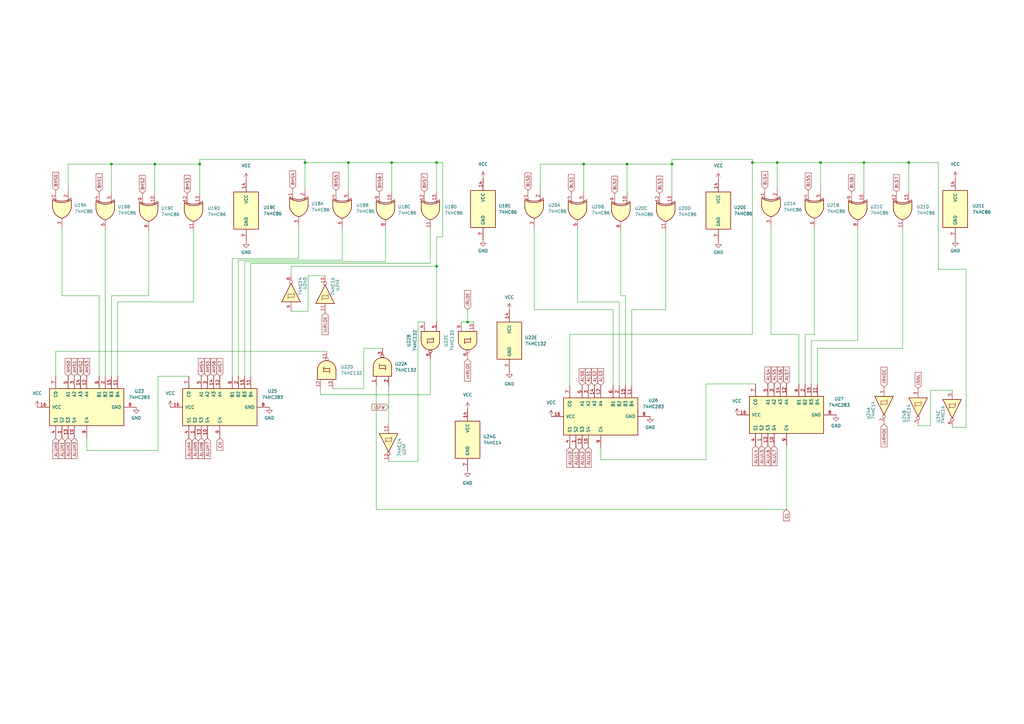
<source format=kicad_sch>
(kicad_sch (version 20211123) (generator eeschema)
  (paper "A3")
  (lib_symbols
    (symbol "74xx:74HC14" (pin_names (offset 1.016))
      (property "Reference" "U" (at 0 1.27 0))
      (property "Value" "74HC14" (at 0 -1.27 0))
      (symbol "74HC14_1_0"
        (polyline (pts (xy -3.81 3.81) (xy -3.81 -3.81) (xy 3.81 0) (xy -3.81 3.81)) (stroke (width 0.254)) (fill (type background)))
        (pin input line (at -7.62 0 0) (length 3.81) (name "~") (number "1"))
        (pin output inverted (at 7.62 0 180) (length 3.81) (name "~") (number "2"))
      )
      (symbol "74HC14_1_1"
        (polyline (pts (xy -1.905 -1.27) (xy -1.905 1.27) (xy -0.635 1.27)))
        (polyline (pts (xy -2.54 -1.27) (xy -0.635 -1.27) (xy -0.635 1.27) (xy 0 1.27)))
      )
      (symbol "74HC14_2_0"
        (polyline (pts (xy -3.81 3.81) (xy -3.81 -3.81) (xy 3.81 0) (xy -3.81 3.81)) (stroke (width 0.254)) (fill (type background)))
        (pin input line (at -7.62 0 0) (length 3.81) (name "~") (number "3"))
        (pin output inverted (at 7.62 0 180) (length 3.81) (name "~") (number "4"))
      )
      (symbol "74HC14_2_1"
        (polyline (pts (xy -1.905 -1.27) (xy -1.905 1.27) (xy -0.635 1.27)))
        (polyline (pts (xy -2.54 -1.27) (xy -0.635 -1.27) (xy -0.635 1.27) (xy 0 1.27)))
      )
      (symbol "74HC14_3_0"
        (polyline (pts (xy -3.81 3.81) (xy -3.81 -3.81) (xy 3.81 0) (xy -3.81 3.81)) (stroke (width 0.254)) (fill (type background)))
        (pin input line (at -7.62 0 0) (length 3.81) (name "~") (number "5"))
        (pin output inverted (at 7.62 0 180) (length 3.81) (name "~") (number "6"))
      )
      (symbol "74HC14_3_1"
        (polyline (pts (xy -1.905 -1.27) (xy -1.905 1.27) (xy -0.635 1.27)))
        (polyline (pts (xy -2.54 -1.27) (xy -0.635 -1.27) (xy -0.635 1.27) (xy 0 1.27)))
      )
      (symbol "74HC14_4_0"
        (polyline (pts (xy -3.81 3.81) (xy -3.81 -3.81) (xy 3.81 0) (xy -3.81 3.81)) (stroke (width 0.254)) (fill (type background)))
        (pin output inverted (at 7.62 0 180) (length 3.81) (name "~") (number "8"))
        (pin input line (at -7.62 0 0) (length 3.81) (name "~") (number "9"))
      )
      (symbol "74HC14_4_1"
        (polyline (pts (xy -1.905 -1.27) (xy -1.905 1.27) (xy -0.635 1.27)))
        (polyline (pts (xy -2.54 -1.27) (xy -0.635 -1.27) (xy -0.635 1.27) (xy 0 1.27)))
      )
      (symbol "74HC14_5_0"
        (polyline (pts (xy -3.81 3.81) (xy -3.81 -3.81) (xy 3.81 0) (xy -3.81 3.81)) (stroke (width 0.254)) (fill (type background)))
        (pin output inverted (at 7.62 0 180) (length 3.81) (name "~") (number "10"))
        (pin input line (at -7.62 0 0) (length 3.81) (name "~") (number "11"))
      )
      (symbol "74HC14_5_1"
        (polyline (pts (xy -1.905 -1.27) (xy -1.905 1.27) (xy -0.635 1.27)))
        (polyline (pts (xy -2.54 -1.27) (xy -0.635 -1.27) (xy -0.635 1.27) (xy 0 1.27)))
      )
      (symbol "74HC14_6_0"
        (polyline (pts (xy -3.81 3.81) (xy -3.81 -3.81) (xy 3.81 0) (xy -3.81 3.81)) (stroke (width 0.254)) (fill (type background)))
        (pin output inverted (at 7.62 0 180) (length 3.81) (name "~") (number "12"))
        (pin input line (at -7.62 0 0) (length 3.81) (name "~") (number "13"))
      )
      (symbol "74HC14_6_1"
        (polyline (pts (xy -1.905 -1.27) (xy -1.905 1.27) (xy -0.635 1.27)))
        (polyline (pts (xy -2.54 -1.27) (xy -0.635 -1.27) (xy -0.635 1.27) (xy 0 1.27)))
      )
      (symbol "74HC14_7_0"
        (pin power_in line (at 0 12.7 270) (length 5.08) (name "VCC") (number "14"))
        (pin power_in line (at 0 -12.7 90) (length 5.08) (name "GND") (number "7"))
      )
      (symbol "74HC14_7_1"
        (rectangle (start -5.08 7.62) (end 5.08 -7.62) (stroke (width 0.254)) (fill (type background)))
      )
    )
    (symbol "74xx:74HC86" (pin_names (offset 1.016))
      (property "Reference" "U" (at 0 1.27 0))
      (property "Value" "74HC86" (at 0 -1.27 0))
      (symbol "74HC86_1_0"
        (arc (start -4.4196 -3.81) (mid -3.2033 0) (end -4.4196 3.81) (stroke (width 0.254)))
        (arc (start -3.81 -3.81) (mid -2.589 0) (end -3.81 3.81) (stroke (width 0.254)))
        (arc (start -0.6096 -3.81) (mid 2.1842 -2.5851) (end 3.81 0) (stroke (width 0.254)) (fill (type background)))
        (polyline (pts (xy -3.81 -3.81) (xy -0.635 -3.81)) (stroke (width 0.254)) (fill (type background)))
        (polyline (pts (xy -3.81 3.81) (xy -0.635 3.81)) (stroke (width 0.254)) (fill (type background)))
        (polyline (pts (xy -0.635 3.81) (xy -3.81 3.81) (xy -3.81 3.81) (xy -3.556 3.4036) (xy -3.0226 2.2606) (xy -2.6924 1.0414) (xy -2.6162 -0.254) (xy -2.7686 -1.4986) (xy -3.175 -2.7178) (xy -3.81 -3.81) (xy -3.81 -3.81) (xy -0.635 -3.81)) (stroke (width -25.4)) (fill (type background)))
        (arc (start 3.81 0) (mid 2.1915 2.5936) (end -0.6096 3.81) (stroke (width 0.254)) (fill (type background)))
        (pin input line (at -7.62 2.54 0) (length 4.445) (name "~") (number "1"))
        (pin input line (at -7.62 -2.54 0) (length 4.445) (name "~") (number "2"))
        (pin output line (at 7.62 0 180) (length 3.81) (name "~") (number "3"))
      )
      (symbol "74HC86_1_1"
        (polyline (pts (xy -3.81 -2.54) (xy -3.175 -2.54)) (stroke (width 0.1524)))
        (polyline (pts (xy -3.81 2.54) (xy -3.175 2.54)) (stroke (width 0.1524)))
      )
      (symbol "74HC86_2_0"
        (arc (start -4.4196 -3.81) (mid -3.2033 0) (end -4.4196 3.81) (stroke (width 0.254)))
        (arc (start -3.81 -3.81) (mid -2.589 0) (end -3.81 3.81) (stroke (width 0.254)))
        (arc (start -0.6096 -3.81) (mid 2.1842 -2.5851) (end 3.81 0) (stroke (width 0.254)) (fill (type background)))
        (polyline (pts (xy -3.81 -3.81) (xy -0.635 -3.81)) (stroke (width 0.254)) (fill (type background)))
        (polyline (pts (xy -3.81 3.81) (xy -0.635 3.81)) (stroke (width 0.254)) (fill (type background)))
        (polyline (pts (xy -0.635 3.81) (xy -3.81 3.81) (xy -3.81 3.81) (xy -3.556 3.4036) (xy -3.0226 2.2606) (xy -2.6924 1.0414) (xy -2.6162 -0.254) (xy -2.7686 -1.4986) (xy -3.175 -2.7178) (xy -3.81 -3.81) (xy -3.81 -3.81) (xy -0.635 -3.81)) (stroke (width -25.4)) (fill (type background)))
        (arc (start 3.81 0) (mid 2.1915 2.5936) (end -0.6096 3.81) (stroke (width 0.254)) (fill (type background)))
        (pin input line (at -7.62 2.54 0) (length 4.445) (name "~") (number "4"))
        (pin input line (at -7.62 -2.54 0) (length 4.445) (name "~") (number "5"))
        (pin output line (at 7.62 0 180) (length 3.81) (name "~") (number "6"))
      )
      (symbol "74HC86_2_1"
        (polyline (pts (xy -3.81 -2.54) (xy -3.175 -2.54)) (stroke (width 0.1524)))
        (polyline (pts (xy -3.81 2.54) (xy -3.175 2.54)) (stroke (width 0.1524)))
      )
      (symbol "74HC86_3_0"
        (arc (start -4.4196 -3.81) (mid -3.2033 0) (end -4.4196 3.81) (stroke (width 0.254)))
        (arc (start -3.81 -3.81) (mid -2.589 0) (end -3.81 3.81) (stroke (width 0.254)))
        (arc (start -0.6096 -3.81) (mid 2.1842 -2.5851) (end 3.81 0) (stroke (width 0.254)) (fill (type background)))
        (polyline (pts (xy -3.81 -3.81) (xy -0.635 -3.81)) (stroke (width 0.254)) (fill (type background)))
        (polyline (pts (xy -3.81 3.81) (xy -0.635 3.81)) (stroke (width 0.254)) (fill (type background)))
        (polyline (pts (xy -0.635 3.81) (xy -3.81 3.81) (xy -3.81 3.81) (xy -3.556 3.4036) (xy -3.0226 2.2606) (xy -2.6924 1.0414) (xy -2.6162 -0.254) (xy -2.7686 -1.4986) (xy -3.175 -2.7178) (xy -3.81 -3.81) (xy -3.81 -3.81) (xy -0.635 -3.81)) (stroke (width -25.4)) (fill (type background)))
        (arc (start 3.81 0) (mid 2.1915 2.5936) (end -0.6096 3.81) (stroke (width 0.254)) (fill (type background)))
        (pin input line (at -7.62 -2.54 0) (length 4.445) (name "~") (number "10"))
        (pin output line (at 7.62 0 180) (length 3.81) (name "~") (number "8"))
        (pin input line (at -7.62 2.54 0) (length 4.445) (name "~") (number "9"))
      )
      (symbol "74HC86_3_1"
        (polyline (pts (xy -3.81 -2.54) (xy -3.175 -2.54)) (stroke (width 0.1524)))
        (polyline (pts (xy -3.81 2.54) (xy -3.175 2.54)) (stroke (width 0.1524)))
      )
      (symbol "74HC86_4_0"
        (arc (start -4.4196 -3.81) (mid -3.2033 0) (end -4.4196 3.81) (stroke (width 0.254)))
        (arc (start -3.81 -3.81) (mid -2.589 0) (end -3.81 3.81) (stroke (width 0.254)))
        (arc (start -0.6096 -3.81) (mid 2.1842 -2.5851) (end 3.81 0) (stroke (width 0.254)) (fill (type background)))
        (polyline (pts (xy -3.81 -3.81) (xy -0.635 -3.81)) (stroke (width 0.254)) (fill (type background)))
        (polyline (pts (xy -3.81 3.81) (xy -0.635 3.81)) (stroke (width 0.254)) (fill (type background)))
        (polyline (pts (xy -0.635 3.81) (xy -3.81 3.81) (xy -3.81 3.81) (xy -3.556 3.4036) (xy -3.0226 2.2606) (xy -2.6924 1.0414) (xy -2.6162 -0.254) (xy -2.7686 -1.4986) (xy -3.175 -2.7178) (xy -3.81 -3.81) (xy -3.81 -3.81) (xy -0.635 -3.81)) (stroke (width -25.4)) (fill (type background)))
        (arc (start 3.81 0) (mid 2.1915 2.5936) (end -0.6096 3.81) (stroke (width 0.254)) (fill (type background)))
        (pin output line (at 7.62 0 180) (length 3.81) (name "~") (number "11"))
        (pin input line (at -7.62 2.54 0) (length 4.445) (name "~") (number "12"))
        (pin input line (at -7.62 -2.54 0) (length 4.445) (name "~") (number "13"))
      )
      (symbol "74HC86_4_1"
        (polyline (pts (xy -3.81 -2.54) (xy -3.175 -2.54)) (stroke (width 0.1524)))
        (polyline (pts (xy -3.81 2.54) (xy -3.175 2.54)) (stroke (width 0.1524)))
      )
      (symbol "74HC86_5_0"
        (pin power_in line (at 0 12.7 270) (length 5.08) (name "VCC") (number "14"))
        (pin power_in line (at 0 -12.7 90) (length 5.08) (name "GND") (number "7"))
      )
      (symbol "74HC86_5_1"
        (rectangle (start -5.08 7.62) (end 5.08 -7.62) (stroke (width 0.254)) (fill (type background)))
      )
    )
    (symbol "74xx:74LS132" (pin_names (offset 1.016))
      (property "Reference" "U" (at 0 1.27 0))
      (property "Value" "74LS132" (at 0 -1.27 0))
      (symbol "74LS132_1_0"
        (polyline (pts (xy -0.635 -1.27) (xy -0.635 1.27) (xy 0.635 1.27)))
        (polyline (pts (xy -0.635 -1.27) (xy -0.635 1.27) (xy 0.635 1.27)))
        (polyline (pts (xy -1.27 -1.27) (xy 0.635 -1.27) (xy 0.635 1.27) (xy 1.27 1.27)))
        (polyline (pts (xy -1.27 -1.27) (xy 0.635 -1.27) (xy 0.635 1.27) (xy 1.27 1.27)))
      )
      (symbol "74LS132_1_1"
        (arc (start 0 -3.81) (mid 3.81 0) (end 0 3.81) (stroke (width 0.254)) (fill (type background)))
        (polyline (pts (xy 0 3.81) (xy -3.81 3.81) (xy -3.81 -3.81) (xy 0 -3.81)) (stroke (width 0.254)) (fill (type background)))
        (pin input line (at -7.62 2.54 0) (length 3.81) (name "~") (number "1"))
        (pin input line (at -7.62 -2.54 0) (length 3.81) (name "~") (number "2"))
        (pin output inverted (at 7.62 0 180) (length 3.81) (name "~") (number "3"))
      )
      (symbol "74LS132_1_2"
        (arc (start -3.81 -3.81) (mid -2.589 0) (end -3.81 3.81) (stroke (width 0.254)))
        (arc (start -0.6096 -3.81) (mid 2.1842 -2.5851) (end 3.81 0) (stroke (width 0.254)) (fill (type background)))
        (polyline (pts (xy -3.81 -3.81) (xy -0.635 -3.81)) (stroke (width 0.254)) (fill (type background)))
        (polyline (pts (xy -3.81 3.81) (xy -0.635 3.81)) (stroke (width 0.254)) (fill (type background)))
        (polyline (pts (xy -0.635 3.81) (xy -3.81 3.81) (xy -3.81 3.81) (xy -3.556 3.4036) (xy -3.0226 2.2606) (xy -2.6924 1.0414) (xy -2.6162 -0.254) (xy -2.7686 -1.4986) (xy -3.175 -2.7178) (xy -3.81 -3.81) (xy -3.81 -3.81) (xy -0.635 -3.81)) (stroke (width -25.4)) (fill (type background)))
        (arc (start 3.81 0) (mid 2.1915 2.5936) (end -0.6096 3.81) (stroke (width 0.254)) (fill (type background)))
        (pin input inverted (at -7.62 2.54 0) (length 4.318) (name "~") (number "1"))
        (pin input inverted (at -7.62 -2.54 0) (length 4.318) (name "~") (number "2"))
        (pin output line (at 7.62 0 180) (length 3.81) (name "~") (number "3"))
      )
      (symbol "74LS132_2_0"
        (polyline (pts (xy -0.635 -1.27) (xy -0.635 1.27) (xy 0.635 1.27)))
        (polyline (pts (xy -0.635 -1.27) (xy -0.635 1.27) (xy 0.635 1.27)))
        (polyline (pts (xy -1.27 -1.27) (xy 0.635 -1.27) (xy 0.635 1.27) (xy 1.27 1.27)))
        (polyline (pts (xy -1.27 -1.27) (xy 0.635 -1.27) (xy 0.635 1.27) (xy 1.27 1.27)))
      )
      (symbol "74LS132_2_1"
        (arc (start 0 -3.81) (mid 3.81 0) (end 0 3.81) (stroke (width 0.254)) (fill (type background)))
        (polyline (pts (xy 0 3.81) (xy -3.81 3.81) (xy -3.81 -3.81) (xy 0 -3.81)) (stroke (width 0.254)) (fill (type background)))
        (pin input line (at -7.62 2.54 0) (length 3.81) (name "~") (number "4"))
        (pin input line (at -7.62 -2.54 0) (length 3.81) (name "~") (number "5"))
        (pin output inverted (at 7.62 0 180) (length 3.81) (name "~") (number "6"))
      )
      (symbol "74LS132_2_2"
        (arc (start -3.81 -3.81) (mid -2.589 0) (end -3.81 3.81) (stroke (width 0.254)))
        (arc (start -0.6096 -3.81) (mid 2.1842 -2.5851) (end 3.81 0) (stroke (width 0.254)) (fill (type background)))
        (polyline (pts (xy -3.81 -3.81) (xy -0.635 -3.81)) (stroke (width 0.254)) (fill (type background)))
        (polyline (pts (xy -3.81 3.81) (xy -0.635 3.81)) (stroke (width 0.254)) (fill (type background)))
        (polyline (pts (xy -0.635 3.81) (xy -3.81 3.81) (xy -3.81 3.81) (xy -3.556 3.4036) (xy -3.0226 2.2606) (xy -2.6924 1.0414) (xy -2.6162 -0.254) (xy -2.7686 -1.4986) (xy -3.175 -2.7178) (xy -3.81 -3.81) (xy -3.81 -3.81) (xy -0.635 -3.81)) (stroke (width -25.4)) (fill (type background)))
        (arc (start 3.81 0) (mid 2.1915 2.5936) (end -0.6096 3.81) (stroke (width 0.254)) (fill (type background)))
        (pin input inverted (at -7.62 2.54 0) (length 4.318) (name "~") (number "4"))
        (pin input inverted (at -7.62 -2.54 0) (length 4.318) (name "~") (number "5"))
        (pin output line (at 7.62 0 180) (length 3.81) (name "~") (number "6"))
      )
      (symbol "74LS132_3_0"
        (polyline (pts (xy -0.635 -1.27) (xy -0.635 1.27) (xy 0.635 1.27)))
        (polyline (pts (xy -0.635 -1.27) (xy -0.635 1.27) (xy 0.635 1.27)))
        (polyline (pts (xy -1.27 -1.27) (xy 0.635 -1.27) (xy 0.635 1.27) (xy 1.27 1.27)))
        (polyline (pts (xy -1.27 -1.27) (xy 0.635 -1.27) (xy 0.635 1.27) (xy 1.27 1.27)))
      )
      (symbol "74LS132_3_1"
        (arc (start 0 -3.81) (mid 3.81 0) (end 0 3.81) (stroke (width 0.254)) (fill (type background)))
        (polyline (pts (xy 0 3.81) (xy -3.81 3.81) (xy -3.81 -3.81) (xy 0 -3.81)) (stroke (width 0.254)) (fill (type background)))
        (pin input line (at -7.62 -2.54 0) (length 3.81) (name "~") (number "10"))
        (pin output inverted (at 7.62 0 180) (length 3.81) (name "~") (number "8"))
        (pin input line (at -7.62 2.54 0) (length 3.81) (name "~") (number "9"))
      )
      (symbol "74LS132_3_2"
        (arc (start -3.81 -3.81) (mid -2.589 0) (end -3.81 3.81) (stroke (width 0.254)))
        (arc (start -0.6096 -3.81) (mid 2.1842 -2.5851) (end 3.81 0) (stroke (width 0.254)) (fill (type background)))
        (polyline (pts (xy -3.81 -3.81) (xy -0.635 -3.81)) (stroke (width 0.254)) (fill (type background)))
        (polyline (pts (xy -3.81 3.81) (xy -0.635 3.81)) (stroke (width 0.254)) (fill (type background)))
        (polyline (pts (xy -0.635 3.81) (xy -3.81 3.81) (xy -3.81 3.81) (xy -3.556 3.4036) (xy -3.0226 2.2606) (xy -2.6924 1.0414) (xy -2.6162 -0.254) (xy -2.7686 -1.4986) (xy -3.175 -2.7178) (xy -3.81 -3.81) (xy -3.81 -3.81) (xy -0.635 -3.81)) (stroke (width -25.4)) (fill (type background)))
        (arc (start 3.81 0) (mid 2.1915 2.5936) (end -0.6096 3.81) (stroke (width 0.254)) (fill (type background)))
        (pin input inverted (at -7.62 -2.54 0) (length 4.318) (name "~") (number "10"))
        (pin output line (at 7.62 0 180) (length 3.81) (name "~") (number "8"))
        (pin input inverted (at -7.62 2.54 0) (length 4.318) (name "~") (number "9"))
      )
      (symbol "74LS132_4_0"
        (polyline (pts (xy -0.635 -1.27) (xy -0.635 1.27) (xy 0.635 1.27)))
        (polyline (pts (xy -0.635 -1.27) (xy -0.635 1.27) (xy 0.635 1.27)))
        (polyline (pts (xy -1.27 -1.27) (xy 0.635 -1.27) (xy 0.635 1.27) (xy 1.27 1.27)))
        (polyline (pts (xy -1.27 -1.27) (xy 0.635 -1.27) (xy 0.635 1.27) (xy 1.27 1.27)))
      )
      (symbol "74LS132_4_1"
        (arc (start 0 -3.81) (mid 3.81 0) (end 0 3.81) (stroke (width 0.254)) (fill (type background)))
        (polyline (pts (xy 0 3.81) (xy -3.81 3.81) (xy -3.81 -3.81) (xy 0 -3.81)) (stroke (width 0.254)) (fill (type background)))
        (pin output inverted (at 7.62 0 180) (length 3.81) (name "~") (number "11"))
        (pin input line (at -7.62 2.54 0) (length 3.81) (name "~") (number "12"))
        (pin input line (at -7.62 -2.54 0) (length 3.81) (name "~") (number "13"))
      )
      (symbol "74LS132_4_2"
        (arc (start -3.81 -3.81) (mid -2.589 0) (end -3.81 3.81) (stroke (width 0.254)))
        (arc (start -0.6096 -3.81) (mid 2.1842 -2.5851) (end 3.81 0) (stroke (width 0.254)) (fill (type background)))
        (polyline (pts (xy -3.81 -3.81) (xy -0.635 -3.81)) (stroke (width 0.254)) (fill (type background)))
        (polyline (pts (xy -3.81 3.81) (xy -0.635 3.81)) (stroke (width 0.254)) (fill (type background)))
        (polyline (pts (xy -0.635 3.81) (xy -3.81 3.81) (xy -3.81 3.81) (xy -3.556 3.4036) (xy -3.0226 2.2606) (xy -2.6924 1.0414) (xy -2.6162 -0.254) (xy -2.7686 -1.4986) (xy -3.175 -2.7178) (xy -3.81 -3.81) (xy -3.81 -3.81) (xy -0.635 -3.81)) (stroke (width -25.4)) (fill (type background)))
        (arc (start 3.81 0) (mid 2.1915 2.5936) (end -0.6096 3.81) (stroke (width 0.254)) (fill (type background)))
        (pin output line (at 7.62 0 180) (length 3.81) (name "~") (number "11"))
        (pin input inverted (at -7.62 2.54 0) (length 4.318) (name "~") (number "12"))
        (pin input inverted (at -7.62 -2.54 0) (length 4.318) (name "~") (number "13"))
      )
      (symbol "74LS132_5_0"
        (pin power_in line (at 0 12.7 270) (length 5.08) (name "VCC") (number "14"))
        (pin power_in line (at 0 -12.7 90) (length 5.08) (name "GND") (number "7"))
      )
      (symbol "74LS132_5_1"
        (rectangle (start -5.08 7.62) (end 5.08 -7.62) (stroke (width 0.254)) (fill (type background)))
      )
    )
    (symbol "74xx:74LS283" (pin_names (offset 1.016))
      (property "Reference" "U" (at -7.62 16.51 0))
      (property "Value" "74LS283" (at -7.62 -16.51 0))
      (symbol "74LS283_1_0"
        (pin output line (at 12.7 10.16 180) (length 5.08) (name "S2") (number "1"))
        (pin output line (at 12.7 5.08 180) (length 5.08) (name "S4") (number "10"))
        (pin input line (at -12.7 -12.7 0) (length 5.08) (name "B4") (number "11"))
        (pin input line (at -12.7 0 0) (length 5.08) (name "A4") (number "12"))
        (pin output line (at 12.7 7.62 180) (length 5.08) (name "S3") (number "13"))
        (pin input line (at -12.7 2.54 0) (length 5.08) (name "A3") (number "14"))
        (pin input line (at -12.7 -10.16 0) (length 5.08) (name "B3") (number "15"))
        (pin power_in line (at 0 20.32 270) (length 5.08) (name "VCC") (number "16"))
        (pin input line (at -12.7 -7.62 0) (length 5.08) (name "B2") (number "2"))
        (pin input line (at -12.7 5.08 0) (length 5.08) (name "A2") (number "3"))
        (pin output line (at 12.7 12.7 180) (length 5.08) (name "S1") (number "4"))
        (pin input line (at -12.7 7.62 0) (length 5.08) (name "A1") (number "5"))
        (pin input line (at -12.7 -5.08 0) (length 5.08) (name "B1") (number "6"))
        (pin input line (at -12.7 12.7 0) (length 5.08) (name "C0") (number "7"))
        (pin power_in line (at 0 -20.32 90) (length 5.08) (name "GND") (number "8"))
        (pin output line (at 12.7 0 180) (length 5.08) (name "C4") (number "9"))
      )
      (symbol "74LS283_1_1"
        (rectangle (start -7.62 15.24) (end 7.62 -15.24) (stroke (width 0.254)) (fill (type background)))
      )
    )
    (symbol "power:GND" (power) (pin_names (offset 0))
      (property "Value" "GND" (at 0 -3.81 0))
      (symbol "GND_0_1"
        (polyline (pts (xy 0 0) (xy 0 -1.27) (xy 1.27 -1.27) (xy 0 -2.54) (xy -1.27 -1.27) (xy 0 -1.27)))
      )
      (symbol "GND_1_1"
        (pin power_in line (at 0 0 270) (length 0) hide (name "GND") (number "1"))
      )
    )
    (symbol "power:VCC" (power) (pin_names (offset 0))
      (property "Value" "VCC" (at 0 3.81 0))
      (symbol "VCC_0_1"
        (polyline (pts (xy -0.762 1.27) (xy 0 2.54)))
        (polyline (pts (xy 0 0) (xy 0 2.54)))
        (polyline (pts (xy 0 2.54) (xy 0.762 1.27)))
      )
      (symbol "VCC_1_1"
        (pin power_in line (at 0 0 90) (length 0) hide (name "VCC") (number "1"))
      )
    )
  )
  (junction (at 191.77 132.08))
  (junction (at 45.72 67.31))
  (junction (at 179.07 66.675))
  (junction (at 257.175 67.31))
  (junction (at 318.77 66.675))
  (junction (at 81.915 67.31))
  (junction (at 354.33 66.675))
  (junction (at 179.07 109.22))
  (junction (at 372.745 66.675))
  (junction (at 239.395 67.31))
  (junction (at 125.095 66.675))
  (junction (at 142.875 66.675))
  (junction (at 63.5 67.31))
  (junction (at 308.61 66.675))
  (junction (at 160.655 66.675))
  (junction (at 275.59 67.31))
  (junction (at 336.55 66.675))
  (wire (pts (xy 45.72 67.31) (xy 45.72 78.74)))
  (wire (pts (xy 275.59 67.31) (xy 275.59 65.405)))
  (wire (pts (xy 254.635 121.285) (xy 256.54 121.285)))
  (wire (pts (xy 390.525 175.26) (xy 396.24 175.26)))
  (wire (pts (xy 254 123.825) (xy 254 158.115)))
  (wire (pts (xy 189.23 132.08) (xy 191.77 132.08)))
  (wire (pts (xy 236.855 93.98) (xy 236.855 123.825)))
  (wire (pts (xy 381.635 174.625) (xy 381.635 160.02)))
  (wire (pts (xy 181.61 97.155) (xy 181.61 66.675)))
  (wire (pts (xy 372.745 78.74) (xy 372.745 66.675)))
  (wire (pts (xy 256.54 121.285) (xy 256.54 158.115)))
  (wire (pts (xy 308.61 65.405) (xy 308.61 66.675)))
  (wire (pts (xy 372.745 66.675) (xy 354.33 66.675)))
  (wire (pts (xy 125.095 65.405) (xy 125.095 66.675)))
  (wire (pts (xy 95.25 106.045) (xy 95.25 154.305)))
  (wire (pts (xy 275.59 67.31) (xy 257.175 67.31)))
  (wire (pts (xy 126.365 113.03) (xy 126.365 127.635)))
  (wire (pts (xy 376.555 174.625) (xy 381.635 174.625)))
  (wire (pts (xy 171.45 189.23) (xy 171.45 132.08)))
  (wire (pts (xy 316.23 137.16) (xy 327.66 137.16)))
  (wire (pts (xy 176.53 147.32) (xy 176.53 161.925)))
  (wire (pts (xy 158.115 107.315) (xy 100.33 107.315)))
  (wire (pts (xy 64.77 184.785) (xy 64.77 154.305)))
  (wire (pts (xy 156.845 142.875) (xy 149.225 142.875)))
  (wire (pts (xy 318.77 66.675) (xy 336.55 66.675)))
  (wire (pts (xy 332.74 139.7) (xy 332.74 157.48)))
  (wire (pts (xy 289.56 188.595) (xy 289.56 157.48)))
  (wire (pts (xy 322.58 208.915) (xy 154.305 208.915)))
  (wire (pts (xy 119.38 112.395) (xy 119.38 109.22)))
  (wire (pts (xy 334.01 93.345) (xy 334.01 137.16)))
  (wire (pts (xy 100.33 107.315) (xy 100.33 154.305)))
  (wire (pts (xy 289.56 157.48) (xy 309.88 157.48)))
  (wire (pts (xy 119.38 109.22) (xy 179.07 109.22)))
  (wire (pts (xy 239.395 67.31) (xy 239.395 78.74)))
  (wire (pts (xy 158.115 93.98) (xy 158.115 107.315)))
  (wire (pts (xy 179.07 66.675) (xy 160.655 66.675)))
  (wire (pts (xy 179.07 132.08) (xy 179.07 109.22)))
  (wire (pts (xy 140.335 106.68) (xy 97.79 106.68)))
  (wire (pts (xy 176.53 93.98) (xy 176.53 107.95)))
  (wire (pts (xy 254.635 94.615) (xy 254.635 121.285)))
  (wire (pts (xy 181.61 66.675) (xy 179.07 66.675)))
  (wire (pts (xy 159.385 158.115) (xy 159.385 173.99)))
  (wire (pts (xy 81.915 67.31) (xy 81.915 65.405)))
  (wire (pts (xy 43.18 93.98) (xy 43.18 154.305)))
  (wire (pts (xy 330.2 137.16) (xy 330.2 157.48)))
  (wire (pts (xy 179.07 78.74) (xy 179.07 66.675)))
  (wire (pts (xy 81.915 67.31) (xy 81.915 79.375)))
  (wire (pts (xy 384.81 110.49) (xy 384.81 66.675)))
  (wire (pts (xy 236.855 123.825) (xy 254 123.825)))
  (wire (pts (xy 63.5 79.375) (xy 63.5 67.31)))
  (wire (pts (xy 140.335 93.345) (xy 140.335 106.68)))
  (wire (pts (xy 259.08 127) (xy 259.08 158.115)))
  (wire (pts (xy 149.225 142.875) (xy 149.225 159.385)))
  (wire (pts (xy 25.4 93.345) (xy 25.4 121.285)))
  (wire (pts (xy 154.305 208.915) (xy 154.305 158.115)))
  (wire (pts (xy 275.59 65.405) (xy 308.61 65.405)))
  (wire (pts (xy 322.58 182.88) (xy 322.58 208.915)))
  (wire (pts (xy 176.53 161.925) (xy 131.445 161.925)))
  (wire (pts (xy 122.555 106.045) (xy 95.25 106.045)))
  (wire (pts (xy 142.875 66.675) (xy 142.875 78.105)))
  (wire (pts (xy 275.59 79.375) (xy 275.59 67.31)))
  (wire (pts (xy 60.96 94.615) (xy 60.96 121.285)))
  (wire (pts (xy 171.45 132.08) (xy 173.99 132.08)))
  (wire (pts (xy 221.615 78.105) (xy 221.615 67.31)))
  (wire (pts (xy 219.075 93.345) (xy 219.075 127)))
  (wire (pts (xy 45.72 121.285) (xy 45.72 154.305)))
  (wire (pts (xy 125.095 77.47) (xy 125.095 66.675)))
  (wire (pts (xy 273.05 127) (xy 259.08 127)))
  (wire (pts (xy 125.095 66.675) (xy 142.875 66.675)))
  (wire (pts (xy 81.915 67.31) (xy 63.5 67.31)))
  (wire (pts (xy 396.24 175.26) (xy 396.24 110.49)))
  (wire (pts (xy 273.05 94.615) (xy 273.05 127)))
  (wire (pts (xy 122.555 92.71) (xy 122.555 106.045)))
  (wire (pts (xy 354.33 78.74) (xy 354.33 66.675)))
  (wire (pts (xy 351.79 93.98) (xy 351.79 139.7)))
  (wire (pts (xy 384.81 66.675) (xy 372.745 66.675)))
  (wire (pts (xy 336.55 66.675) (xy 336.55 78.105)))
  (wire (pts (xy 22.86 144.145) (xy 22.86 154.305)))
  (wire (pts (xy 149.225 159.385) (xy 136.525 159.385)))
  (wire (pts (xy 102.87 107.95) (xy 102.87 154.305)))
  (wire (pts (xy 233.68 137.16) (xy 308.61 137.16)))
  (wire (pts (xy 221.615 67.31) (xy 239.395 67.31)))
  (wire (pts (xy 179.07 97.155) (xy 181.61 97.155)))
  (wire (pts (xy 64.77 154.305) (xy 77.47 154.305)))
  (wire (pts (xy 308.61 137.16) (xy 308.61 66.675)))
  (wire (pts (xy 79.375 94.615) (xy 79.375 123.825)))
  (wire (pts (xy 126.365 127.635) (xy 119.38 127.635)))
  (wire (pts (xy 396.24 110.49) (xy 384.81 110.49)))
  (wire (pts (xy 81.915 65.405) (xy 125.095 65.405)))
  (wire (pts (xy 316.23 92.71) (xy 316.23 137.16)))
  (wire (pts (xy 354.33 66.675) (xy 336.55 66.675)))
  (wire (pts (xy 246.38 188.595) (xy 289.56 188.595)))
  (wire (pts (xy 191.77 132.08) (xy 194.31 132.08)))
  (wire (pts (xy 370.205 142.875) (xy 335.28 142.875)))
  (wire (pts (xy 48.26 123.825) (xy 48.26 154.305)))
  (wire (pts (xy 60.96 121.285) (xy 45.72 121.285)))
  (wire (pts (xy 79.375 123.825) (xy 48.26 123.825)))
  (wire (pts (xy 27.94 78.105) (xy 27.94 67.31)))
  (wire (pts (xy 318.77 77.47) (xy 318.77 66.675)))
  (wire (pts (xy 35.56 184.785) (xy 64.77 184.785)))
  (wire (pts (xy 219.075 127) (xy 251.46 127)))
  (wire (pts (xy 160.655 66.675) (xy 142.875 66.675)))
  (wire (pts (xy 257.175 67.31) (xy 239.395 67.31)))
  (wire (pts (xy 335.28 142.875) (xy 335.28 157.48)))
  (wire (pts (xy 251.46 127) (xy 251.46 158.115)))
  (wire (pts (xy 308.61 66.675) (xy 318.77 66.675)))
  (wire (pts (xy 351.79 139.7) (xy 332.74 139.7)))
  (wire (pts (xy 40.64 121.285) (xy 40.64 154.305)))
  (wire (pts (xy 131.445 159.385) (xy 131.445 161.925)))
  (wire (pts (xy 257.175 79.375) (xy 257.175 67.31)))
  (wire (pts (xy 246.38 183.515) (xy 246.38 188.595)))
  (wire (pts (xy 176.53 107.95) (xy 102.87 107.95)))
  (wire (pts (xy 334.01 137.16) (xy 330.2 137.16)))
  (wire (pts (xy 25.4 121.285) (xy 40.64 121.285)))
  (wire (pts (xy 381.635 160.02) (xy 390.525 160.02)))
  (wire (pts (xy 160.655 78.74) (xy 160.655 66.675)))
  (wire (pts (xy 97.79 106.68) (xy 97.79 154.305)))
  (wire (pts (xy 35.56 179.705) (xy 35.56 184.785)))
  (wire (pts (xy 27.94 67.31) (xy 45.72 67.31)))
  (wire (pts (xy 133.985 144.145) (xy 22.86 144.145)))
  (wire (pts (xy 159.385 189.23) (xy 171.45 189.23)))
  (wire (pts (xy 370.205 93.98) (xy 370.205 142.875)))
  (wire (pts (xy 179.07 109.22) (xy 179.07 97.155)))
  (wire (pts (xy 327.66 137.16) (xy 327.66 157.48)))
  (wire (pts (xy 133.35 113.03) (xy 126.365 113.03)))
  (wire (pts (xy 191.77 127) (xy 191.77 132.08)))
  (wire (pts (xy 233.68 158.115) (xy 233.68 137.16)))
  (wire (pts (xy 63.5 67.31) (xy 45.72 67.31)))
  (global_label "AHS0" (shape input) (at 27.94 154.305 90) (property "Intersheet References" "${INTERSHEET_REFS}" (effects hide)))
  (global_label "ALUH5" (shape input) (at 80.01 179.705 270) (property "Intersheet References" "${INTERSHEET_REFS}" (effects hide)))
  (global_label "ALS5" (shape input) (at 317.5 157.48 90) (property "Intersheet References" "${INTERSHEET_REFS}" (effects hide)))
  (global_label "ALUL4" (shape input) (at 309.88 182.88 270) (property "Intersheet References" "${INTERSHEET_REFS}" (effects hide)))
  (global_label "BHS4" (shape input) (at 120.015 77.47 90) (property "Intersheet References" "${INTERSHEET_REFS}" (effects hide)))
  (global_label "ALUL2" (shape input) (at 238.76 183.515 270) (property "Intersheet References" "${INTERSHEET_REFS}" (effects hide)))
  (global_label "AHS4" (shape input) (at 82.55 154.305 90) (property "Intersheet References" "${INTERSHEET_REFS}" (effects hide)))
  (global_label "ALUL1" (shape input) (at 236.22 183.515 270) (property "Intersheet References" "${INTERSHEET_REFS}" (effects hide)))
  (global_label "ALS6" (shape input) (at 320.04 157.48 90) (property "Intersheet References" "${INTERSHEET_REFS}" (effects hide)))
  (global_label "ALUH2" (shape input) (at 27.94 179.705 270) (property "Intersheet References" "${INTERSHEET_REFS}" (effects hide)))
  (global_label "ALUH4" (shape input) (at 77.47 179.705 270) (property "Intersheet References" "${INTERSHEET_REFS}" (effects hide)))
  (global_label "ALS3" (shape input) (at 246.38 158.115 90) (property "Intersheet References" "${INTERSHEET_REFS}" (effects hide)))
  (global_label "BHS1" (shape input) (at 40.64 78.74 90) (property "Intersheet References" "${INTERSHEET_REFS}" (effects hide)))
  (global_label "ALS0" (shape input) (at 238.76 158.115 90) (property "Intersheet References" "${INTERSHEET_REFS}" (effects hide)))
  (global_label "lnRLOE" (shape input) (at 133.35 128.27 270) (property "Intersheet References" "${INTERSHEET_REFS}" (effects hide)))
  (global_label "lSFW" (shape input) (at 159.385 167.005 180) (property "Intersheet References" "${INTERSHEET_REFS}" (effects hide)))
  (global_label "AHS3" (shape input) (at 35.56 154.305 90) (property "Intersheet References" "${INTERSHEET_REFS}" (effects hide)))
  (global_label "ALUH0" (shape input) (at 22.86 179.705 270) (property "Intersheet References" "${INTERSHEET_REFS}" (effects hide)))
  (global_label "ALS4" (shape input) (at 314.96 157.48 90) (property "Intersheet References" "${INTERSHEET_REFS}" (effects hide)))
  (global_label "lnRHOE" (shape input) (at 362.585 173.99 270) (property "Intersheet References" "${INTERSHEET_REFS}" (effects hide)))
  (global_label "BLS3" (shape input) (at 270.51 79.375 90) (property "Intersheet References" "${INTERSHEET_REFS}" (effects hide)))
  (global_label "ALS7" (shape input) (at 322.58 157.48 90) (property "Intersheet References" "${INTERSHEET_REFS}" (effects hide)))
  (global_label "BHS3" (shape input) (at 76.835 79.375 90) (property "Intersheet References" "${INTERSHEET_REFS}" (effects hide)))
  (global_label "lRLOE" (shape input) (at 191.77 127 90) (property "Intersheet References" "${INTERSHEET_REFS}" (effects hide)))
  (global_label "BHS2" (shape input) (at 58.42 79.375 90) (property "Intersheet References" "${INTERSHEET_REFS}" (effects hide)))
  (global_label "BHS6" (shape input) (at 155.575 78.74 90) (property "Intersheet References" "${INTERSHEET_REFS}" (effects hide)))
  (global_label "ALUH3" (shape input) (at 30.48 179.705 270) (property "Intersheet References" "${INTERSHEET_REFS}" (effects hide)))
  (global_label "BLS7" (shape input) (at 367.665 78.74 90) (property "Intersheet References" "${INTERSHEET_REFS}" (effects hide)))
  (global_label "AHS5" (shape input) (at 85.09 154.305 90) (property "Intersheet References" "${INTERSHEET_REFS}" (effects hide)))
  (global_label "ALS2" (shape input) (at 243.84 158.115 90) (property "Intersheet References" "${INTERSHEET_REFS}" (effects hide)))
  (global_label "AHS2" (shape input) (at 33.02 154.305 90) (property "Intersheet References" "${INTERSHEET_REFS}" (effects hide)))
  (global_label "ALUH7" (shape input) (at 85.09 179.705 270) (property "Intersheet References" "${INTERSHEET_REFS}" (effects hide)))
  (global_label "AHS6" (shape input) (at 87.63 154.305 90) (property "Intersheet References" "${INTERSHEET_REFS}" (effects hide)))
  (global_label "ALUH1" (shape input) (at 25.4 179.705 270) (property "Intersheet References" "${INTERSHEET_REFS}" (effects hide)))
  (global_label "ALUL6" (shape input) (at 314.96 182.88 270) (property "Intersheet References" "${INTERSHEET_REFS}" (effects hide)))
  (global_label "BHS5" (shape input) (at 137.795 78.105 90) (property "Intersheet References" "${INTERSHEET_REFS}" (effects hide)))
  (global_label "ALUH6" (shape input) (at 82.55 179.705 270) (property "Intersheet References" "${INTERSHEET_REFS}" (effects hide)))
  (global_label "BLS4" (shape input) (at 313.69 77.47 90) (property "Intersheet References" "${INTERSHEET_REFS}" (effects hide)))
  (global_label "BHS7" (shape input) (at 173.99 78.74 90) (property "Intersheet References" "${INTERSHEET_REFS}" (effects hide)))
  (global_label "AHS1" (shape input) (at 30.48 154.305 90) (property "Intersheet References" "${INTERSHEET_REFS}" (effects hide)))
  (global_label "AHS7" (shape input) (at 90.17 154.305 90) (property "Intersheet References" "${INTERSHEET_REFS}" (effects hide)))
  (global_label "BLS5" (shape input) (at 331.47 78.105 90) (property "Intersheet References" "${INTERSHEET_REFS}" (effects hide)))
  (global_label "ALUL3" (shape input) (at 241.3 183.515 270) (property "Intersheet References" "${INTERSHEET_REFS}" (effects hide)))
  (global_label "ALUL7" (shape input) (at 317.5 182.88 270) (property "Intersheet References" "${INTERSHEET_REFS}" (effects hide)))
  (global_label "BLS6" (shape input) (at 349.25 78.74 90) (property "Intersheet References" "${INTERSHEET_REFS}" (effects hide)))
  (global_label "CL" (shape input) (at 322.58 208.915 270) (property "Intersheet References" "${INTERSHEET_REFS}" (effects hide)))
  (global_label "lnRLOE" (shape input) (at 191.77 147.32 270) (property "Intersheet References" "${INTERSHEET_REFS}" (effects hide)))
  (global_label "BLS0" (shape input) (at 216.535 78.105 90) (property "Intersheet References" "${INTERSHEET_REFS}" (effects hide)))
  (global_label "BLS1" (shape input) (at 234.315 78.74 90) (property "Intersheet References" "${INTERSHEET_REFS}" (effects hide)))
  (global_label "ALUL5" (shape input) (at 312.42 182.88 270) (property "Intersheet References" "${INTERSHEET_REFS}" (effects hide)))
  (global_label "lSNL" (shape input) (at 376.555 159.385 90) (property "Intersheet References" "${INTERSHEET_REFS}" (effects hide)))
  (global_label "ALS1" (shape input) (at 241.3 158.115 90) (property "Intersheet References" "${INTERSHEET_REFS}" (effects hide)))
  (global_label "BHS0" (shape input) (at 22.86 78.105 90) (property "Intersheet References" "${INTERSHEET_REFS}" (effects hide)))
  (global_label "lRHOE" (shape input) (at 362.585 158.75 90) (property "Intersheet References" "${INTERSHEET_REFS}" (effects hide)))
  (global_label "ALUL0" (shape input) (at 233.68 183.515 270) (property "Intersheet References" "${INTERSHEET_REFS}" (effects hide)))
  (global_label "CH" (shape input) (at 90.17 179.705 270) (property "Intersheet References" "${INTERSHEET_REFS}" (effects hide)))
  (global_label "BLS2" (shape input) (at 252.095 79.375 90) (property "Intersheet References" "${INTERSHEET_REFS}" (effects hide)))
  (symbol (lib_id "power:GND") (at 294.64 99.06 0) (unit 1)
    (property "Reference" "#PWR0195" (effects hide))
    (property "Value" "GND" (at 294.64 103.505 0))
  )
  (symbol (lib_id "74xx:74HC86") (at 254.635 86.995 90) (mirror x) (unit 3)
    (property "Reference" "U20" (at 260.35 85.4201 90) (effects (justify right)))
    (property "Value" "74HC86" (at 260.35 87.9601 90) (effects (justify right)))
    (property "Footprint" "Package_DIP:DIP-14_W7.62mm_Socket" (effects hide))
    (property "Datasheet" "http://www.ti.com/lit/gpn/sn74HC86" (effects hide))
  )
  (symbol (lib_id "power:GND") (at 55.88 167.005 0) (unit 1)
    (property "Reference" "#PWR0187" (effects hide))
    (property "Value" "GND" (at 55.88 171.45 0))
  )
  (symbol (lib_id "74xx:74LS132") (at 156.845 150.495 90) (unit 1)
    (property "Reference" "U22" (at 161.925 149.2249 90) (effects (justify right)))
    (property "Value" "74HC132" (at 161.925 151.7649 90) (effects (justify right)))
    (property "Footprint" "Package_DIP:DIP-14_W7.62mm_Socket" (effects hide))
    (property "Datasheet" "http://www.ti.com/lit/gpn/sn74LS132" (effects hide))
  )
  (symbol (lib_id "power:VCC") (at 198.12 73.025 0) (unit 1)
    (property "Reference" "#PWR0192" (effects hide))
    (property "Value" "VCC" (at 198.12 67.31 0))
  )
  (symbol (lib_id "74xx:74HC14") (at 133.35 120.65 270) (mirror x) (unit 5)
    (property "Reference" "U24" (at 138.43 116.84 0))
    (property "Value" "74HC14" (at 136.525 117.475 0))
    (property "Footprint" "Package_DIP:DIP-14_W7.62mm_Socket" (effects hide))
    (property "Datasheet" "http://www.ti.com/lit/gpn/sn74HC14" (effects hide))
  )
  (symbol (lib_id "power:VCC") (at 15.24 167.005 0) (unit 1)
    (property "Reference" "#PWR0186" (effects hide))
    (property "Value" "VCC" (at 15.24 161.29 0))
  )
  (symbol (lib_id "power:VCC") (at 294.64 73.66 0) (unit 1)
    (property "Reference" "#PWR0196" (effects hide))
    (property "Value" "VCC" (at 294.64 67.945 0))
  )
  (symbol (lib_id "74xx:74HC86") (at 316.23 85.09 90) (mirror x) (unit 1)
    (property "Reference" "U21" (at 321.31 83.5151 90) (effects (justify right)))
    (property "Value" "74HC86" (at 321.31 86.0551 90) (effects (justify right)))
    (property "Footprint" "Package_DIP:DIP-14_W7.62mm_Socket" (effects hide))
    (property "Datasheet" "http://www.ti.com/lit/gpn/sn74HC86" (effects hide))
  )
  (symbol (lib_id "74xx:74LS132") (at 176.53 139.7 90) (mirror x) (unit 2)
    (property "Reference" "U22" (at 167.64 139.7 0))
    (property "Value" "74HC132" (at 170.18 139.7 0))
    (property "Footprint" "Package_DIP:DIP-14_W7.62mm_Socket" (effects hide))
    (property "Datasheet" "http://www.ti.com/lit/gpn/sn74LS132" (effects hide))
  )
  (symbol (lib_id "74xx:74HC86") (at 100.965 86.36 0) (unit 5)
    (property "Reference" "U19" (at 107.95 85.0899 0) (effects (justify left)))
    (property "Value" "74HC86" (at 107.95 87.6299 0) (effects (justify left)))
    (property "Footprint" "Package_DIP:DIP-14_W7.62mm_Socket" (effects hide))
    (property "Datasheet" "http://www.ti.com/lit/gpn/sn74HC86" (effects hide))
  )
  (symbol (lib_id "74xx:74HC14") (at 376.555 167.005 90) (mirror x) (unit 2)
    (property "Reference" "U24" (at 370.84 170.815 0))
    (property "Value" "74HC14" (at 372.745 169.545 0))
    (property "Footprint" "Package_DIP:DIP-14_W7.62mm_Socket" (effects hide))
    (property "Datasheet" "http://www.ti.com/lit/gpn/sn74HC14" (effects hide))
  )
  (symbol (lib_id "74xx:74LS132") (at 208.915 139.7 0) (mirror y) (unit 5)
    (property "Reference" "U22" (at 215.265 138.4299 0) (effects (justify right)))
    (property "Value" "74HC132" (at 215.265 140.9699 0) (effects (justify right)))
    (property "Footprint" "Package_DIP:DIP-14_W7.62mm_Socket" (effects hide))
    (property "Datasheet" "http://www.ti.com/lit/gpn/sn74LS132" (effects hide))
  )
  (symbol (lib_id "74xx:74HC14") (at 390.525 167.64 90) (mirror x) (unit 3)
    (property "Reference" "U24" (at 384.81 170.815 0))
    (property "Value" "74HC14" (at 386.715 170.18 0))
    (property "Footprint" "Package_DIP:DIP-14_W7.62mm_Socket" (effects hide))
    (property "Datasheet" "http://www.ti.com/lit/gpn/sn74HC14" (effects hide))
  )
  (symbol (lib_id "74xx:74HC86") (at 140.335 85.725 90) (mirror x) (unit 2)
    (property "Reference" "U18" (at 146.05 84.1501 90) (effects (justify right)))
    (property "Value" "74HC86" (at 146.05 86.6901 90) (effects (justify right)))
    (property "Footprint" "Package_DIP:DIP-14_W7.62mm_Socket" (effects hide))
    (property "Datasheet" "http://www.ti.com/lit/gpn/sn74HC86" (effects hide))
  )
  (symbol (lib_id "power:GND") (at 100.965 99.06 0) (unit 1)
    (property "Reference" "#PWR0185" (effects hide))
    (property "Value" "GND" (at 100.965 103.505 0))
  )
  (symbol (lib_id "power:GND") (at 266.7 170.815 0) (unit 1)
    (property "Reference" "#PWR0203" (effects hide))
    (property "Value" "GND" (at 266.7 175.26 0))
  )
  (symbol (lib_id "74xx:74LS283") (at 246.38 170.815 90) (mirror x) (unit 1)
    (property "Reference" "U26" (at 267.97 164.2362 90))
    (property "Value" "74HC283" (at 267.97 166.7762 90))
    (property "Footprint" "Package_DIP:DIP-16_W7.62mm_Socket" (effects hide))
    (property "Datasheet" "http://www.ti.com/lit/gpn/sn74LS283" (effects hide))
  )
  (symbol (lib_id "74xx:74LS283") (at 322.58 170.18 90) (mirror x) (unit 1)
    (property "Reference" "U27" (at 344.17 163.6012 90))
    (property "Value" "74HC283" (at 344.17 166.1412 90))
    (property "Footprint" "Package_DIP:DIP-16_W7.62mm_Socket" (effects hide))
    (property "Datasheet" "http://www.ti.com/lit/gpn/sn74LS283" (effects hide))
  )
  (symbol (lib_id "74xx:74HC86") (at 334.01 85.725 90) (mirror x) (unit 2)
    (property "Reference" "U21" (at 339.09 84.1501 90) (effects (justify right)))
    (property "Value" "74HC86" (at 339.09 86.6901 90) (effects (justify right)))
    (property "Footprint" "Package_DIP:DIP-14_W7.62mm_Socket" (effects hide))
    (property "Datasheet" "http://www.ti.com/lit/gpn/sn74HC86" (effects hide))
  )
  (symbol (lib_id "74xx:74LS132") (at 133.985 151.765 90) (unit 4)
    (property "Reference" "U22" (at 139.7 150.4949 90) (effects (justify right)))
    (property "Value" "74HC132" (at 139.7 153.0349 90) (effects (justify right)))
    (property "Footprint" "Package_DIP:DIP-14_W7.62mm_Socket" (effects hide))
    (property "Datasheet" "http://www.ti.com/lit/gpn/sn74LS132" (effects hide))
  )
  (symbol (lib_id "74xx:74HC86") (at 198.12 85.725 0) (unit 5)
    (property "Reference" "U18" (at 204.47 84.4549 0) (effects (justify left)))
    (property "Value" "74HC86" (at 204.47 86.9949 0) (effects (justify left)))
    (property "Footprint" "Package_DIP:DIP-14_W7.62mm_Socket" (effects hide))
    (property "Datasheet" "http://www.ti.com/lit/gpn/sn74HC86" (effects hide))
  )
  (symbol (lib_id "power:GND") (at 342.9 170.18 0) (unit 1)
    (property "Reference" "#PWR0197" (effects hide))
    (property "Value" "GND" (at 342.9 174.625 0))
  )
  (symbol (lib_id "74xx:74HC14") (at 362.585 166.37 90) (mirror x) (unit 1)
    (property "Reference" "U24" (at 356.235 169.545 0))
    (property "Value" "74HC14" (at 358.14 168.275 0))
    (property "Footprint" "Package_DIP:DIP-14_W7.62mm_Socket" (effects hide))
    (property "Datasheet" "http://www.ti.com/lit/gpn/sn74HC14" (effects hide))
  )
  (symbol (lib_id "74xx:74HC86") (at 176.53 86.36 90) (mirror x) (unit 4)
    (property "Reference" "U18" (at 182.245 84.7851 90) (effects (justify right)))
    (property "Value" "74HC86" (at 182.245 87.3251 90) (effects (justify right)))
    (property "Footprint" "Package_DIP:DIP-14_W7.62mm_Socket" (effects hide))
    (property "Datasheet" "http://www.ti.com/lit/gpn/sn74HC86" (effects hide))
  )
  (symbol (lib_id "74xx:74LS283") (at 35.56 167.005 90) (mirror x) (unit 1)
    (property "Reference" "U23" (at 57.15 160.4262 90))
    (property "Value" "74HC283" (at 57.15 162.9662 90))
    (property "Footprint" "Package_DIP:DIP-16_W7.62mm_Socket" (effects hide))
    (property "Datasheet" "http://www.ti.com/lit/gpn/sn74LS283" (effects hide))
  )
  (symbol (lib_id "74xx:74HC86") (at 158.115 86.36 90) (mirror x) (unit 3)
    (property "Reference" "U18" (at 163.195 84.7851 90) (effects (justify right)))
    (property "Value" "74HC86" (at 163.195 87.3251 90) (effects (justify right)))
    (property "Footprint" "Package_DIP:DIP-14_W7.62mm_Socket" (effects hide))
    (property "Datasheet" "http://www.ti.com/lit/gpn/sn74HC86" (effects hide))
  )
  (symbol (lib_id "power:GND") (at 110.49 167.005 0) (unit 1)
    (property "Reference" "#PWR0189" (effects hide))
    (property "Value" "GND" (at 110.49 171.45 0))
  )
  (symbol (lib_id "74xx:74HC14") (at 159.385 181.61 90) (mirror x) (unit 6)
    (property "Reference" "U24" (at 165.735 184.15 0))
    (property "Value" "74HC14" (at 163.83 183.515 0))
    (property "Footprint" "Package_DIP:DIP-14_W7.62mm_Socket" (effects hide))
    (property "Datasheet" "http://www.ti.com/lit/gpn/sn74HC14" (effects hide))
  )
  (symbol (lib_id "74xx:74HC86") (at 391.795 85.725 0) (unit 5)
    (property "Reference" "U21" (at 398.78 84.4549 0) (effects (justify left)))
    (property "Value" "74HC86" (at 398.78 86.9949 0) (effects (justify left)))
    (property "Footprint" "Package_DIP:DIP-14_W7.62mm_Socket" (effects hide))
    (property "Datasheet" "http://www.ti.com/lit/gpn/sn74HC86" (effects hide))
  )
  (symbol (lib_id "power:VCC") (at 100.965 73.66 0) (unit 1)
    (property "Reference" "#PWR0184" (effects hide))
    (property "Value" "VCC" (at 100.965 67.945 0))
  )
  (symbol (lib_id "74xx:74HC86") (at 79.375 86.995 90) (mirror x) (unit 4)
    (property "Reference" "U19" (at 85.09 85.4201 90) (effects (justify right)))
    (property "Value" "74HC86" (at 85.09 87.9601 90) (effects (justify right)))
    (property "Footprint" "Package_DIP:DIP-14_W7.62mm_Socket" (effects hide))
    (property "Datasheet" "http://www.ti.com/lit/gpn/sn74HC86" (effects hide))
  )
  (symbol (lib_id "74xx:74HC86") (at 236.855 86.36 90) (mirror x) (unit 2)
    (property "Reference" "U20" (at 242.57 84.7851 90) (effects (justify right)))
    (property "Value" "74HC86" (at 242.57 87.3251 90) (effects (justify right)))
    (property "Footprint" "Package_DIP:DIP-14_W7.62mm_Socket" (effects hide))
    (property "Datasheet" "http://www.ti.com/lit/gpn/sn74HC86" (effects hide))
  )
  (symbol (lib_id "74xx:74HC86") (at 25.4 85.725 90) (mirror x) (unit 1)
    (property "Reference" "U19" (at 30.48 84.1501 90) (effects (justify right)))
    (property "Value" "74HC86" (at 30.48 86.6901 90) (effects (justify right)))
    (property "Footprint" "Package_DIP:DIP-14_W7.62mm_Socket" (effects hide))
    (property "Datasheet" "http://www.ti.com/lit/gpn/sn74HC86" (effects hide))
  )
  (symbol (lib_id "74xx:74HC86") (at 60.96 86.995 90) (mirror x) (unit 3)
    (property "Reference" "U19" (at 66.04 85.4201 90) (effects (justify right)))
    (property "Value" "74HC86" (at 66.04 87.9601 90) (effects (justify right)))
    (property "Footprint" "Package_DIP:DIP-14_W7.62mm_Socket" (effects hide))
    (property "Datasheet" "http://www.ti.com/lit/gpn/sn74HC86" (effects hide))
  )
  (symbol (lib_id "74xx:74HC86") (at 294.64 86.36 0) (unit 5)
    (property "Reference" "U20" (at 300.99 85.0899 0) (effects (justify left)))
    (property "Value" "74HC86" (at 300.99 87.6299 0) (effects (justify left)))
    (property "Footprint" "Package_DIP:DIP-14_W7.62mm_Socket" (effects hide))
    (property "Datasheet" "http://www.ti.com/lit/gpn/sn74HC86" (effects hide))
  )
  (symbol (lib_id "74xx:74HC86") (at 43.18 86.36 90) (mirror x) (unit 2)
    (property "Reference" "U19" (at 48.26 84.7851 90) (effects (justify right)))
    (property "Value" "74HC86" (at 48.26 87.3251 90) (effects (justify right)))
    (property "Footprint" "Package_DIP:DIP-14_W7.62mm_Socket" (effects hide))
    (property "Datasheet" "http://www.ti.com/lit/gpn/sn74HC86" (effects hide))
  )
  (symbol (lib_id "power:VCC") (at 69.85 167.005 0) (unit 1)
    (property "Reference" "#PWR0188" (effects hide))
    (property "Value" "VCC" (at 69.85 161.29 0))
  )
  (symbol (lib_id "power:GND") (at 391.795 98.425 0) (unit 1)
    (property "Reference" "#PWR0198" (effects hide))
    (property "Value" "GND" (at 391.795 102.87 0))
  )
  (symbol (lib_id "power:GND") (at 208.915 152.4 0) (unit 1)
    (property "Reference" "#PWR0199" (effects hide))
    (property "Value" "GND" (at 208.915 157.48 0))
  )
  (symbol (lib_id "74xx:74LS283") (at 90.17 167.005 90) (mirror x) (unit 1)
    (property "Reference" "U25" (at 111.76 160.4262 90))
    (property "Value" "74HC283" (at 111.76 162.9662 90))
    (property "Footprint" "Package_DIP:DIP-16_W7.62mm_Socket" (effects hide))
    (property "Datasheet" "http://www.ti.com/lit/gpn/sn74LS283" (effects hide))
  )
  (symbol (lib_id "74xx:74HC14") (at 191.77 180.34 0) (unit 7)
    (property "Reference" "U24" (at 198.12 179.0699 0) (effects (justify left)))
    (property "Value" "74HC14" (at 198.12 181.6099 0) (effects (justify left)))
    (property "Footprint" "Package_DIP:DIP-14_W7.62mm_Socket" (effects hide))
    (property "Datasheet" "http://www.ti.com/lit/gpn/sn74HC14" (effects hide))
  )
  (symbol (lib_id "74xx:74HC86") (at 122.555 85.09 90) (mirror x) (unit 1)
    (property "Reference" "U18" (at 127.635 83.5151 90) (effects (justify right)))
    (property "Value" "74HC86" (at 127.635 86.0551 90) (effects (justify right)))
    (property "Footprint" "Package_DIP:DIP-14_W7.62mm_Socket" (effects hide))
    (property "Datasheet" "http://www.ti.com/lit/gpn/sn74HC86" (effects hide))
  )
  (symbol (lib_id "power:VCC") (at 191.77 167.64 0) (unit 1)
    (property "Reference" "#PWR0200" (effects hide))
    (property "Value" "VCC" (at 191.77 161.925 0))
  )
  (symbol (lib_id "power:VCC") (at 391.795 73.025 0) (unit 1)
    (property "Reference" "#PWR0194" (effects hide))
    (property "Value" "VCC" (at 391.795 67.31 0))
  )
  (symbol (lib_id "74xx:74HC86") (at 370.205 86.36 90) (mirror x) (unit 4)
    (property "Reference" "U21" (at 375.92 84.7851 90) (effects (justify right)))
    (property "Value" "74HC86" (at 375.92 87.3251 90) (effects (justify right)))
    (property "Footprint" "Package_DIP:DIP-14_W7.62mm_Socket" (effects hide))
    (property "Datasheet" "http://www.ti.com/lit/gpn/sn74HC86" (effects hide))
  )
  (symbol (lib_id "power:VCC") (at 226.06 170.815 0) (unit 1)
    (property "Reference" "#PWR0190" (effects hide))
    (property "Value" "VCC" (at 226.06 165.1 0))
  )
  (symbol (lib_id "power:GND") (at 191.77 193.04 0) (unit 1)
    (property "Reference" "#PWR0201" (effects hide))
    (property "Value" "GND" (at 191.77 198.12 0))
  )
  (symbol (lib_id "74xx:74HC14") (at 119.38 120.015 270) (mirror x) (unit 4)
    (property "Reference" "U24" (at 125.095 116.205 0))
    (property "Value" "74HC14" (at 123.19 117.475 0))
    (property "Footprint" "Package_DIP:DIP-14_W7.62mm_Socket" (effects hide))
    (property "Datasheet" "http://www.ti.com/lit/gpn/sn74HC14" (effects hide))
  )
  (symbol (lib_id "power:GND") (at 198.12 98.425 0) (unit 1)
    (property "Reference" "#PWR0191" (effects hide))
    (property "Value" "GND" (at 198.12 102.87 0))
  )
  (symbol (lib_id "power:VCC") (at 208.915 127 0) (unit 1)
    (property "Reference" "#PWR0193" (effects hide))
    (property "Value" "VCC" (at 208.915 121.92 0))
  )
  (symbol (lib_id "74xx:74HC86") (at 219.075 85.725 90) (mirror x) (unit 1)
    (property "Reference" "U20" (at 224.79 84.1501 90) (effects (justify right)))
    (property "Value" "74HC86" (at 224.79 86.6901 90) (effects (justify right)))
    (property "Footprint" "Package_DIP:DIP-14_W7.62mm_Socket" (effects hide))
    (property "Datasheet" "http://www.ti.com/lit/gpn/sn74HC86" (effects hide))
  )
  (symbol (lib_id "74xx:74LS132") (at 191.77 139.7 90) (mirror x) (unit 3)
    (property "Reference" "U22" (at 182.88 139.7 0))
    (property "Value" "74HC132" (at 185.42 139.7 0))
    (property "Footprint" "Package_DIP:DIP-14_W7.62mm_Socket" (effects hide))
    (property "Datasheet" "http://www.ti.com/lit/gpn/sn74LS132" (effects hide))
  )
  (symbol (lib_id "74xx:74HC86") (at 351.79 86.36 90) (mirror x) (unit 3)
    (property "Reference" "U21" (at 356.87 84.7851 90) (effects (justify right)))
    (property "Value" "74HC86" (at 356.87 87.3251 90) (effects (justify right)))
    (property "Footprint" "Package_DIP:DIP-14_W7.62mm_Socket" (effects hide))
    (property "Datasheet" "http://www.ti.com/lit/gpn/sn74HC86" (effects hide))
  )
  (symbol (lib_id "74xx:74HC86") (at 273.05 86.995 90) (mirror x) (unit 4)
    (property "Reference" "U20" (at 278.13 85.4201 90) (effects (justify right)))
    (property "Value" "74HC86" (at 278.13 87.9601 90) (effects (justify right)))
    (property "Footprint" "Package_DIP:DIP-14_W7.62mm_Socket" (effects hide))
    (property "Datasheet" "http://www.ti.com/lit/gpn/sn74HC86" (effects hide))
  )
  (symbol (lib_id "power:VCC") (at 302.26 170.18 0) (unit 1)
    (property "Reference" "#PWR0202" (effects hide))
    (property "Value" "VCC" (at 302.26 164.465 0))
  )
)
</source>
